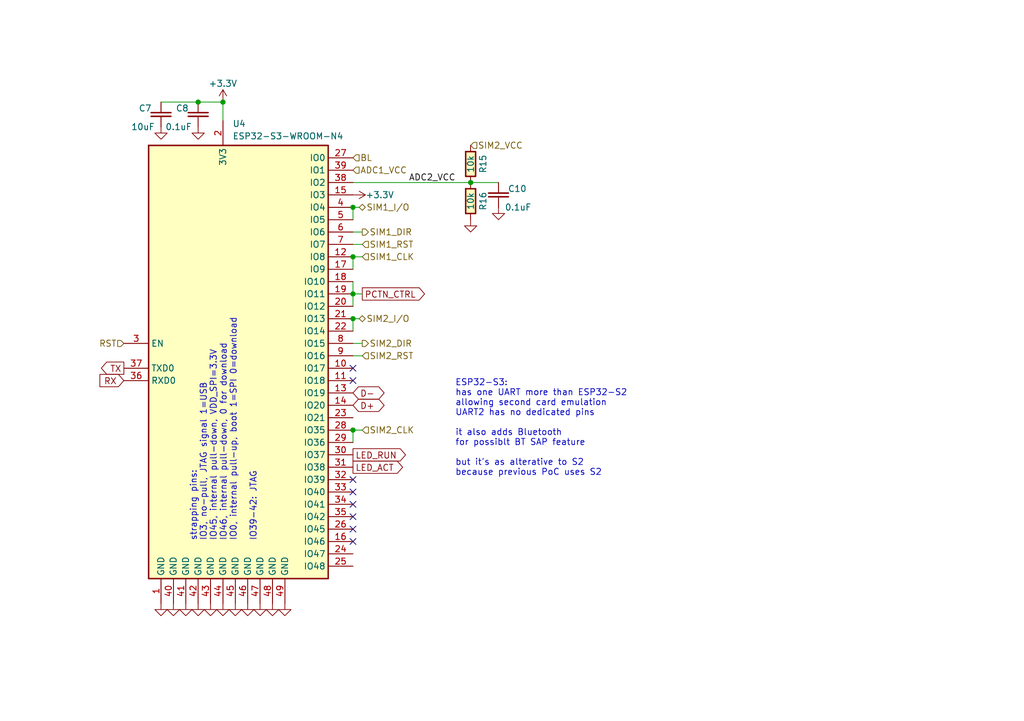
<source format=kicad_sch>
(kicad_sch (version 20230121) (generator eeschema)
  (paper "A5")
  (title_block (title "rSIM") (date "$date$") (rev "$version$.$revision$") (company "CuVoodoo") (comment 1 "King Kévin") (comment 2 "CERN-OHL-S"))
  (lib_symbols
    (symbol "partdb:MCU/ESP32-S3-WROOM-1-N4"
      (property "Reference" "U" (at 0 0.762 0))
      (property "Value" "ESP32-S3-WROOM-I" (at 28.702 -89.662 0))
      (symbol "MCU/ESP32-S3-WROOM-1-N4_1_1"
        (rectangle (start 0 0) (end 36.83 -88.9) (stroke (width 0.305)) (fill (type background)))
        (pin power_in line (at 2.54 -93.98 90) (length 5.08) (name "GND") (number "1"))
        (pin bidirectional line (at 41.91 -45.72 180) (length 5.08) (name "IO17") (number "10"))
        (pin bidirectional line (at 41.91 -48.26 180) (length 5.08) (name "IO18") (number "11"))
        (pin bidirectional line (at 41.91 -22.86 180) (length 5.08) (name "IO8") (number "12"))
        (pin bidirectional line (at 41.91 -50.8 180) (length 5.08) (name "IO19") (number "13"))
        (pin bidirectional line (at 41.91 -53.34 180) (length 5.08) (name "IO20") (number "14"))
        (pin bidirectional line (at 41.91 -10.16 180) (length 5.08) (name "IO3") (number "15"))
        (pin bidirectional line (at 41.91 -81.28 180) (length 5.08) (name "IO46") (number "16"))
        (pin bidirectional line (at 41.91 -25.4 180) (length 5.08) (name "IO9") (number "17"))
        (pin bidirectional line (at 41.91 -27.94 180) (length 5.08) (name "IO10") (number "18"))
        (pin bidirectional line (at 41.91 -30.48 180) (length 5.08) (name "IO11") (number "19"))
        (pin power_in line (at 15.24 5.08 270) (length 5.08) (name "3V3") (number "2"))
        (pin bidirectional line (at 41.91 -33.02 180) (length 5.08) (name "IO12") (number "20"))
        (pin bidirectional line (at 41.91 -35.56 180) (length 5.08) (name "IO13") (number "21"))
        (pin bidirectional line (at 41.91 -38.1 180) (length 5.08) (name "IO14") (number "22"))
        (pin bidirectional line (at 41.91 -55.88 180) (length 5.08) (name "IO21") (number "23"))
        (pin bidirectional line (at 41.91 -83.82 180) (length 5.08) (name "IO47") (number "24"))
        (pin bidirectional line (at 41.91 -86.36 180) (length 5.08) (name "IO48") (number "25"))
        (pin bidirectional line (at 41.91 -78.74 180) (length 5.08) (name "IO45") (number "26"))
        (pin bidirectional line (at 41.91 -2.54 180) (length 5.08) (name "IO0") (number "27"))
        (pin bidirectional line (at 41.91 -58.42 180) (length 5.08) (name "IO35") (number "28"))
        (pin bidirectional line (at 41.91 -60.96 180) (length 5.08) (name "IO36") (number "29"))
        (pin input line (at -5.08 -40.64 0) (length 5.08) (name "EN") (number "3"))
        (pin bidirectional line (at 41.91 -63.5 180) (length 5.08) (name "IO37") (number "30"))
        (pin bidirectional line (at 41.91 -66.04 180) (length 5.08) (name "IO38") (number "31"))
        (pin bidirectional line (at 41.91 -68.58 180) (length 5.08) (name "IO39") (number "32"))
        (pin bidirectional line (at 41.91 -71.12 180) (length 5.08) (name "IO40") (number "33"))
        (pin bidirectional line (at 41.91 -73.66 180) (length 5.08) (name "IO41") (number "34"))
        (pin bidirectional line (at 41.91 -76.2 180) (length 5.08) (name "IO42") (number "35"))
        (pin bidirectional line (at -5.08 -48.26 0) (length 5.08) (name "RXD0") (number "36"))
        (pin bidirectional line (at -5.08 -45.72 0) (length 5.08) (name "TXD0") (number "37"))
        (pin bidirectional line (at 41.91 -7.62 180) (length 5.08) (name "IO2") (number "38"))
        (pin bidirectional line (at 41.91 -5.08 180) (length 5.08) (name "IO1") (number "39"))
        (pin bidirectional line (at 41.91 -12.7 180) (length 5.08) (name "IO4") (number "4"))
        (pin power_in line (at 5.08 -93.98 90) (length 5.08) (name "GND") (number "40"))
        (pin power_in line (at 7.62 -93.98 90) (length 5.08) (name "GND") (number "41"))
        (pin power_in line (at 10.16 -93.98 90) (length 5.08) (name "GND") (number "42"))
        (pin power_in line (at 12.7 -93.98 90) (length 5.08) (name "GND") (number "43"))
        (pin power_in line (at 15.24 -93.98 90) (length 5.08) (name "GND") (number "44"))
        (pin power_in line (at 17.78 -93.98 90) (length 5.08) (name "GND") (number "45"))
        (pin power_in line (at 20.32 -93.98 90) (length 5.08) (name "GND") (number "46"))
        (pin power_in line (at 22.86 -93.98 90) (length 5.08) (name "GND") (number "47"))
        (pin power_in line (at 25.4 -93.98 90) (length 5.08) (name "GND") (number "48"))
        (pin power_in line (at 27.94 -93.98 90) (length 5.08) (name "GND") (number "49"))
        (pin bidirectional line (at 41.91 -15.24 180) (length 5.08) (name "IO5") (number "5"))
        (pin bidirectional line (at 41.91 -17.78 180) (length 5.08) (name "IO6") (number "6"))
        (pin bidirectional line (at 41.91 -20.32 180) (length 5.08) (name "IO7") (number "7"))
        (pin bidirectional line (at 41.91 -40.64 180) (length 5.08) (name "IO15") (number "8"))
        (pin bidirectional line (at 41.91 -43.18 180) (length 5.08) (name "IO16") (number "9"))
      )
    )
    (symbol "partdb:capacitor/C0603 0.1uF 16V" (pin_numbers hide) (pin_names hide)
      (property "Reference" "C" (at 0 2.794 0))
      (property "Value" "C0603" (at 0 -2.794 0))
      (symbol "capacitor/C0603 0.1uF 16V_1_1"
        (polyline (pts (xy -0.381 2.032) (xy -0.381 -2.032)) (stroke (width 0.305)))
        (polyline (pts (xy 0.381 2.032) (xy 0.381 -2.032)) (stroke (width 0.305)))
        (pin passive line (at -2.54 0 0) (length 2.159) (name "L") (number "1"))
        (pin passive line (at 2.54 0 180) (length 2.159) (name "R") (number "2"))
      )
    )
    (symbol "partdb:capacitor/C0603 10uF" (pin_numbers hide) (pin_names hide)
      (property "Reference" "C" (at 0 2.794 0))
      (property "Value" "C0603" (at 0 -2.794 0))
      (symbol "capacitor/C0603 10uF_1_1"
        (polyline (pts (xy -0.381 2.032) (xy -0.381 -2.032)) (stroke (width 0.305)))
        (polyline (pts (xy 0.381 2.032) (xy 0.381 -2.032)) (stroke (width 0.305)))
        (pin passive line (at -2.54 0 0) (length 2.159) (name "L") (number "1"))
        (pin passive line (at 2.54 0 180) (length 2.159) (name "R") (number "2"))
      )
    )
    (symbol "partdb:resistor/R0603 10K" (pin_numbers hide) (pin_names hide)
      (property "Reference" "R" (at 0 1.778 0))
      (property "Value" "R0603" (at 0 -1.778 0))
      (symbol "resistor/R0603 10K_1_1"
        (rectangle (start -2.54 1.016) (end 2.54 -1.016) (stroke (width 0.305)) (fill (type background)))
        (pin passive line (at -3.81 0 0) (length 1.27) (name "L") (number "1"))
        (pin passive line (at 3.81 0 180) (length 1.27) (name "R") (number "2"))
      )
    )
    (symbol "power:+3.3V" (power) (pin_names (offset 0))
      (property "Value" "+3.3V" (at 0 3.556 0))
      (symbol "+3.3V_0_1"
        (polyline (pts (xy -0.762 1.27) (xy 0 2.54)))
        (polyline (pts (xy 0 0) (xy 0 2.54)))
        (polyline (pts (xy 0 2.54) (xy 0.762 1.27)))
      )
      (symbol "+3.3V_1_1"
        (pin power_in line (at 0 0 90) (length 0) hide (name "+3.3V") (number "1"))
      )
    )
    (symbol "power:GND" (power) (pin_names (offset 0))
      (property "Value" "GND" (at 0 -3.81 0))
      (symbol "GND_0_1"
        (polyline (pts (xy 0 0) (xy 0 -1.27) (xy 1.27 -1.27) (xy 0 -2.54) (xy -1.27 -1.27) (xy 0 -1.27)))
      )
      (symbol "GND_1_1"
        (pin power_in line (at 0 0 270) (length 0) hide (name "GND") (number "1"))
      )
    )
  )
  (junction (at 40.64 20.955))
  (junction (at 72.39 65.405))
  (junction (at 72.39 60.325))
  (junction (at 72.39 42.545))
  (junction (at 72.39 52.705))
  (junction (at 72.39 88.265))
  (junction (at 96.52 37.465))
  (junction (at 45.72 20.955))
  (no_connect (at 72.39 103.505))
  (no_connect (at 72.39 111.125))
  (no_connect (at 72.39 75.565))
  (no_connect (at 72.39 100.965))
  (no_connect (at 72.39 78.105))
  (no_connect (at 72.39 108.585))
  (no_connect (at 72.39 98.425))
  (no_connect (at 72.39 106.045))
  (wire (pts (xy 72.39 88.265) (xy 72.39 90.805)))
  (wire (pts (xy 72.39 60.325) (xy 72.39 62.865)))
  (wire (pts (xy 33.02 20.955) (xy 40.64 20.955)))
  (wire (pts (xy 45.72 24.765) (xy 45.72 20.955)))
  (wire (pts (xy 72.39 42.545) (xy 72.39 45.085)))
  (wire (pts (xy 74.295 88.265) (xy 72.39 88.265)))
  (wire (pts (xy 45.72 20.955) (xy 40.64 20.955)))
  (wire (pts (xy 72.39 52.705) (xy 72.39 55.245)))
  (wire (pts (xy 72.39 37.465) (xy 96.52 37.465)))
  (wire (pts (xy 73.66 65.405) (xy 72.39 65.405)))
  (wire (pts (xy 96.52 37.465) (xy 102.235 37.465)))
  (wire (pts (xy 74.295 47.625) (xy 72.39 47.625)))
  (wire (pts (xy 72.39 60.325) (xy 74.295 60.325)))
  (wire (pts (xy 72.39 57.785) (xy 72.39 60.325)))
  (wire (pts (xy 74.295 50.165) (xy 72.39 50.165)))
  (wire (pts (xy 74.295 73.025) (xy 72.39 73.025)))
  (wire (pts (xy 72.39 65.405) (xy 72.39 67.945)))
  (wire (pts (xy 74.295 70.485) (xy 72.39 70.485)))
  (wire (pts (xy 73.66 42.545) (xy 72.39 42.545)))
  (wire (pts (xy 74.295 52.705) (xy 72.39 52.705)))
  (text "ESP32-S3:\nhas one UART more than ESP32-S2\nallowing second card emulation\nUART2 has no dedicated pins\n\nit also adds Bluetooth\nfor possiblt BT SAP feature\n\nbut it's as alterative to S2\nbecause previous PoC uses S2" (at 93.345 97.79 0) (effects (font (size 1.27 1.27)) (justify left bottom)))
  (text "strapping pins:\nIO3, no-pull, JTAG signal 1=USB\nIO45, internal pull-down, VDD_SPI=3.3V\nIO46, internal pull-down, 0 for download\nIO0, internal pull-up, boot 1=SPI 0=download\n\nIO39-42: JTAG" (at 52.705 111.125 90) (effects (font (size 1.27 1.27)) (justify left bottom)))
  (label "ADC2_VCC" (at 83.82 37.465 0))
  (global_label "LED_ACT" (shape output) (at 72.39 95.885 0) (property "Intersheetrefs" "${INTERSHEET_REFS}" (effects hide)))
  (global_label "D+" (shape bidirectional) (at 72.39 83.185 0) (property "Intersheetrefs" "${INTERSHEET_REFS}" (effects hide)))
  (global_label "LED_RUN" (shape output) (at 72.39 93.345 0) (property "Intersheetrefs" "${INTERSHEET_REFS}" (effects hide)))
  (global_label "TX" (shape output) (at 25.4 75.565 180) (property "Intersheetrefs" "${INTERSHEET_REFS}" (effects hide)))
  (global_label "RX" (shape input) (at 25.4 78.105 180) (property "Intersheetrefs" "${INTERSHEET_REFS}" (effects hide)))
  (global_label "D-" (shape bidirectional) (at 72.39 80.645 0) (property "Intersheetrefs" "${INTERSHEET_REFS}" (effects hide)))
  (global_label "PCTN_CTRL" (shape output) (at 74.295 60.325 0) (property "Intersheetrefs" "${INTERSHEET_REFS}" (effects hide)))
  (hierarchical_label "BL" (shape input) (at 72.39 32.385 0))
  (hierarchical_label "SIM2_RST" (shape input) (at 74.295 73.025 0))
  (hierarchical_label "SIM2_VCC" (shape input) (at 96.52 29.845 0))
  (hierarchical_label "SIM2_I{slash}O" (shape bidirectional) (at 73.66 65.405 0))
  (hierarchical_label "RST" (shape input) (at 25.4 70.485 180))
  (hierarchical_label "SIM1_RST" (shape input) (at 74.295 50.165 0))
  (hierarchical_label "SIM2_DIR" (shape output) (at 74.295 70.485 0))
  (hierarchical_label "SIM2_CLK" (shape input) (at 74.295 88.265 0))
  (hierarchical_label "SIM1_DIR" (shape output) (at 74.295 47.625 0))
  (hierarchical_label "ADC1_VCC" (shape input) (at 72.39 34.925 0))
  (hierarchical_label "SIM1_CLK" (shape input) (at 74.295 52.705 0))
  (hierarchical_label "SIM1_I{slash}O" (shape bidirectional) (at 73.66 42.545 0))
  (symbol (lib_id "power:GND") (at 102.235 42.545 0) (unit 1)
    (property "Reference" "#PWR093" (effects hide))
    (property "Value" "GND" (effects hide))
  )
  (symbol (lib_id "power:GND") (at 40.64 26.035 0) (unit 1)
    (property "Reference" "#PWR057" (effects hide))
    (property "Value" "GND" (effects hide))
  )
  (symbol (lib_id "power:GND") (at 58.42 123.825 0) (mirror y) (unit 1)
    (property "Reference" "#PWR070" (effects hide))
    (property "Value" "GND" (effects hide))
  )
  (symbol (lib_id "partdb:capacitor/C0603 0.1uF 16V") (at 102.235 40.005 270) (mirror x) (unit 1)
    (property "Reference" "C10" (at 104.14 38.735 90) (effects (justify left)))
    (property "Value" "0.1uF" (at 103.505 42.545 90) (effects (justify left)))
    (property "Footprint" "qeda:CAPC1608X92N" (effects hide))
    (property "Datasheet" "Chip capacitor 1.6x0.8 mm" (effects hide))
    (property "qeda_part" "capacitor/c0603" (effects hide))
    (property "JLCPCB_CORRECTION" "0;0;-90" (effects hide))
  )
  (symbol (lib_id "power:GND") (at 45.72 123.825 0) (mirror y) (unit 1)
    (property "Reference" "#PWR065" (effects hide))
    (property "Value" "GND" (effects hide))
  )
  (symbol (lib_id "power:GND") (at 48.26 123.825 0) (mirror y) (unit 1)
    (property "Reference" "#PWR066" (effects hide))
    (property "Value" "GND" (effects hide))
  )
  (symbol (lib_id "power:GND") (at 35.56 123.825 0) (mirror y) (unit 1)
    (property "Reference" "#PWR061" (effects hide))
    (property "Value" "GND" (effects hide))
  )
  (symbol (lib_id "power:GND") (at 38.1 123.825 0) (mirror y) (unit 1)
    (property "Reference" "#PWR062" (effects hide))
    (property "Value" "GND" (effects hide))
  )
  (symbol (lib_id "power:GND") (at 50.8 123.825 0) (mirror y) (unit 1)
    (property "Reference" "#PWR067" (effects hide))
    (property "Value" "GND" (effects hide))
  )
  (symbol (lib_id "power:+3.3V") (at 45.72 20.955 0) (unit 1)
    (property "Reference" "#PWR058" (effects hide))
    (property "Value" "+3.3V" (at 45.72 17.145 0))
  )
  (symbol (lib_id "power:GND") (at 55.88 123.825 0) (mirror y) (unit 1)
    (property "Reference" "#PWR069" (effects hide))
    (property "Value" "GND" (effects hide))
  )
  (symbol (lib_id "power:GND") (at 33.02 26.035 0) (unit 1)
    (property "Reference" "#PWR056" (effects hide))
    (property "Value" "GND" (effects hide))
  )
  (symbol (lib_id "partdb:resistor/R0603 10K") (at 96.52 33.655 270) (unit 1)
    (property "Reference" "R15" (at 99.06 33.655 0))
    (property "Value" "10k" (at 96.52 33.655 0))
    (property "Footprint" "qeda:UC1608X55N" (effects hide))
    (property "Datasheet" "resistor, chip, 1.6x0.8 mm" (effects hide))
    (property "qeda_part" "resistor/r0603" (effects hide))
    (property "JLCPCB_CORRECTION" "0;0;-90" (effects hide))
    (property "name" "resistor, chip, 1.6x0.8 mm" (effects hide))
  )
  (symbol (lib_id "power:GND") (at 33.02 123.825 0) (mirror y) (unit 1)
    (property "Reference" "#PWR060" (effects hide))
    (property "Value" "GND" (effects hide))
  )
  (symbol (lib_id "power:+3.3V") (at 72.39 40.005 270) (unit 1)
    (property "Reference" "#PWR071" (effects hide))
    (property "Value" "+3.3V" (at 74.93 40.005 90) (effects (justify left)))
  )
  (symbol (lib_id "power:GND") (at 40.64 123.825 0) (mirror y) (unit 1)
    (property "Reference" "#PWR063" (effects hide))
    (property "Value" "GND" (effects hide))
  )
  (symbol (lib_id "power:GND") (at 53.34 123.825 0) (mirror y) (unit 1)
    (property "Reference" "#PWR068" (effects hide))
    (property "Value" "GND" (effects hide))
  )
  (symbol (lib_id "partdb:MCU/ESP32-S3-WROOM-1-N4") (at 30.48 29.845 0) (unit 1)
    (property "Reference" "U4" (at 47.6759 25.4 0) (effects (justify left)))
    (property "Value" "ESP32-S3-WROOM-N4" (at 47.6759 27.94 0) (effects (justify left)))
    (property "Footprint" "qeda:MCU_ESP32-S3-WROOM-I" (effects hide))
    (property "Datasheet" "https://www.espressif.com/sites/default/files/documentation/esp32-s3-wroom-1_wroom-1u_datasheet_en.pdf" (effects hide))
    (property "qeda_part" "mcu/espressif_esp32-s3-wroom-1" (effects hide))
  )
  (symbol (lib_id "power:GND") (at 96.52 45.085 0) (unit 1)
    (property "Reference" "#PWR092" (effects hide))
    (property "Value" "GND" (effects hide))
  )
  (symbol (lib_id "power:GND") (at 43.18 123.825 0) (mirror y) (unit 1)
    (property "Reference" "#PWR064" (effects hide))
    (property "Value" "GND" (effects hide))
  )
  (symbol (lib_id "partdb:resistor/R0603 10K") (at 96.52 41.275 270) (unit 1)
    (property "Reference" "R16" (at 99.06 41.275 0))
    (property "Value" "10k" (at 96.52 41.275 0))
    (property "Footprint" "qeda:UC1608X55N" (effects hide))
    (property "Datasheet" "resistor, chip, 1.6x0.8 mm" (effects hide))
    (property "qeda_part" "resistor/r0603" (effects hide))
    (property "JLCPCB_CORRECTION" "0;0;-90" (effects hide))
    (property "name" "resistor, chip, 1.6x0.8 mm" (effects hide))
  )
  (symbol (lib_id "partdb:capacitor/C0603 0.1uF 16V") (at 40.64 23.495 90) (unit 1)
    (property "Reference" "C8" (at 38.735 22.225 90) (effects (justify left)))
    (property "Value" "0.1uF" (at 39.37 26.035 90) (effects (justify left)))
    (property "Footprint" "qeda:CAPC1608X92N" (effects hide))
    (property "Datasheet" "Chip capacitor 1.6x0.8 mm" (effects hide))
    (property "qeda_part" "capacitor/c0603" (effects hide))
    (property "JLCPCB_CORRECTION" "0;0;-90" (effects hide))
  )
  (symbol (lib_id "partdb:capacitor/C0603 10uF") (at 33.02 23.495 90) (unit 1)
    (property "Reference" "C7" (at 31.115 22.225 90) (effects (justify left)))
    (property "Value" "10uF" (at 31.75 26.035 90) (effects (justify left)))
    (property "Footprint" "qeda:CAPC1608X92N" (effects hide))
    (property "Datasheet" "Chip capacitor 1.6x0.8 mm" (effects hide))
    (property "qeda_part" "capacitor/c0603" (effects hide))
    (property "JLCPCB_CORRECTION" "0;0;-90" (effects hide))
  )
)
</source>
